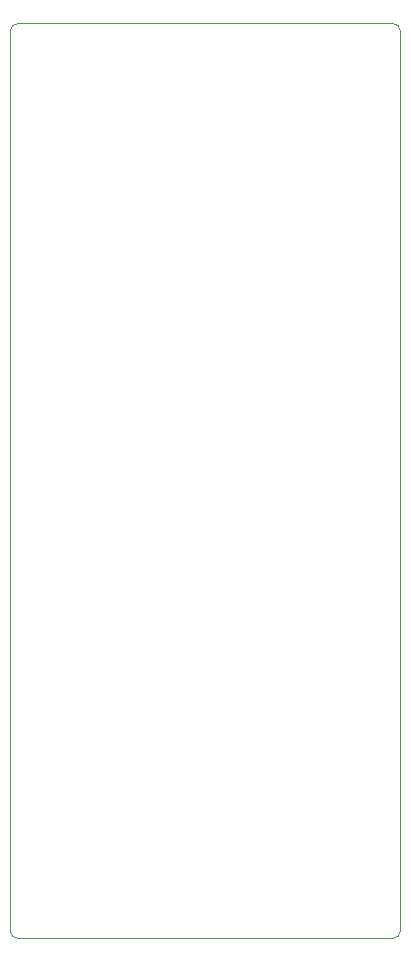
<source format=gm1>
G04 #@! TF.GenerationSoftware,KiCad,Pcbnew,6.0.9-8da3e8f707~116~ubuntu20.04.1*
G04 #@! TF.CreationDate,2022-12-17T22:04:31+01:00*
G04 #@! TF.ProjectId,pcm_pmod,70636d5f-706d-46f6-942e-6b696361645f,rev?*
G04 #@! TF.SameCoordinates,Original*
G04 #@! TF.FileFunction,Profile,NP*
%FSLAX46Y46*%
G04 Gerber Fmt 4.6, Leading zero omitted, Abs format (unit mm)*
G04 Created by KiCad (PCBNEW 6.0.9-8da3e8f707~116~ubuntu20.04.1) date 2022-12-17 22:04:31*
%MOMM*%
%LPD*%
G01*
G04 APERTURE LIST*
G04 #@! TA.AperFunction,Profile*
%ADD10C,0.100000*%
G04 #@! TD*
G04 APERTURE END LIST*
D10*
X98425000Y-66040000D02*
G75*
G03*
X97790000Y-66675000I0J-635000D01*
G01*
X97790000Y-142875000D02*
X97790000Y-66675000D01*
X130175000Y-143510000D02*
X98425000Y-143510000D01*
X130175000Y-143510000D02*
G75*
G03*
X130810000Y-142875000I0J635000D01*
G01*
X97790000Y-142875000D02*
G75*
G03*
X98425000Y-143510000I635000J0D01*
G01*
X98425000Y-66040000D02*
X130175000Y-66040000D01*
X130810000Y-66675000D02*
X130810000Y-142875000D01*
X130810000Y-66675000D02*
G75*
G03*
X130175000Y-66040000I-635000J0D01*
G01*
M02*

</source>
